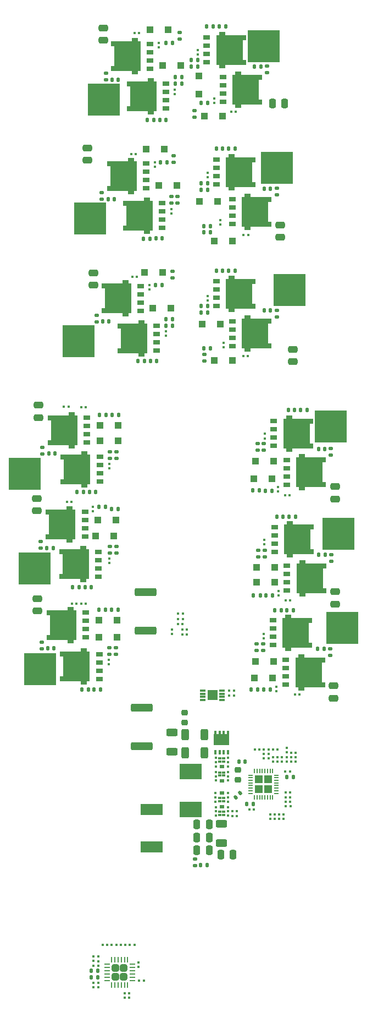
<source format=gtp>
G04 #@! TF.GenerationSoftware,KiCad,Pcbnew,7.0.2-0*
G04 #@! TF.CreationDate,2023-10-14T11:26:59-07:00*
G04 #@! TF.ProjectId,high-power,68696768-2d70-46f7-9765-722e6b696361,rev?*
G04 #@! TF.SameCoordinates,Original*
G04 #@! TF.FileFunction,Paste,Top*
G04 #@! TF.FilePolarity,Positive*
%FSLAX46Y46*%
G04 Gerber Fmt 4.6, Leading zero omitted, Abs format (unit mm)*
G04 Created by KiCad (PCBNEW 7.0.2-0) date 2023-10-14 11:26:59*
%MOMM*%
%LPD*%
G01*
G04 APERTURE LIST*
G04 Aperture macros list*
%AMRoundRect*
0 Rectangle with rounded corners*
0 $1 Rounding radius*
0 $2 $3 $4 $5 $6 $7 $8 $9 X,Y pos of 4 corners*
0 Add a 4 corners polygon primitive as box body*
4,1,4,$2,$3,$4,$5,$6,$7,$8,$9,$2,$3,0*
0 Add four circle primitives for the rounded corners*
1,1,$1+$1,$2,$3*
1,1,$1+$1,$4,$5*
1,1,$1+$1,$6,$7*
1,1,$1+$1,$8,$9*
0 Add four rect primitives between the rounded corners*
20,1,$1+$1,$2,$3,$4,$5,0*
20,1,$1+$1,$4,$5,$6,$7,0*
20,1,$1+$1,$6,$7,$8,$9,0*
20,1,$1+$1,$8,$9,$2,$3,0*%
%AMFreePoly0*
4,1,39,-1.529965,2.502535,-1.529950,2.502500,-1.529950,2.027500,1.529950,2.027500,1.529950,2.502500,1.529965,2.502535,1.530000,2.502550,2.280000,2.502550,2.280035,2.502535,2.280050,2.502500,2.280050,2.027500,2.280035,2.027465,2.280000,2.027450,2.280000,-0.697450,2.775000,-0.697450,2.775035,-0.697465,2.775050,-0.697500,2.775050,-1.602500,2.775035,-1.602535,2.775000,-1.602550,
2.280000,-1.602550,2.280000,-2.027500,-2.280000,-2.027500,-2.280000,-1.602550,-2.775000,-1.602550,-2.775035,-1.602535,-2.775050,-1.602500,-2.775050,-0.697500,-2.775035,-0.697465,-2.775000,-0.697450,-2.280000,-0.697450,-2.280000,2.027450,-2.280035,2.027465,-2.280050,2.027500,-2.280050,2.502500,-2.280035,2.502535,-2.280000,2.502550,-1.530000,2.502550,-1.529965,2.502535,-1.529965,2.502535,
$1*%
G04 Aperture macros list end*
%ADD10R,1.100000X1.100000*%
%ADD11RoundRect,0.079500X0.100500X-0.079500X0.100500X0.079500X-0.100500X0.079500X-0.100500X-0.079500X0*%
%ADD12RoundRect,0.135000X0.185000X-0.135000X0.185000X0.135000X-0.185000X0.135000X-0.185000X-0.135000X0*%
%ADD13RoundRect,0.135000X0.135000X0.185000X-0.135000X0.185000X-0.135000X-0.185000X0.135000X-0.185000X0*%
%ADD14RoundRect,0.135000X-0.135000X-0.185000X0.135000X-0.185000X0.135000X0.185000X-0.135000X0.185000X0*%
%ADD15R,5.000000X5.000000*%
%ADD16RoundRect,0.079500X-0.079500X-0.100500X0.079500X-0.100500X0.079500X0.100500X-0.079500X0.100500X0*%
%ADD17RoundRect,0.250000X-0.625000X0.312500X-0.625000X-0.312500X0.625000X-0.312500X0.625000X0.312500X0*%
%ADD18RoundRect,0.135000X-0.185000X0.135000X-0.185000X-0.135000X0.185000X-0.135000X0.185000X0.135000X0*%
%ADD19RoundRect,0.140000X0.140000X0.170000X-0.140000X0.170000X-0.140000X-0.170000X0.140000X-0.170000X0*%
%ADD20RoundRect,0.250000X1.425000X-0.362500X1.425000X0.362500X-1.425000X0.362500X-1.425000X-0.362500X0*%
%ADD21RoundRect,0.250000X0.475000X-0.250000X0.475000X0.250000X-0.475000X0.250000X-0.475000X-0.250000X0*%
%ADD22R,1.000000X0.750000*%
%ADD23FreePoly0,270.000000*%
%ADD24RoundRect,0.250000X-0.475000X0.250000X-0.475000X-0.250000X0.475000X-0.250000X0.475000X0.250000X0*%
%ADD25RoundRect,0.079500X0.079500X0.100500X-0.079500X0.100500X-0.079500X-0.100500X0.079500X-0.100500X0*%
%ADD26RoundRect,0.079500X-0.100500X0.079500X-0.100500X-0.079500X0.100500X-0.079500X0.100500X0.079500X0*%
%ADD27RoundRect,0.225000X0.250000X-0.225000X0.250000X0.225000X-0.250000X0.225000X-0.250000X-0.225000X0*%
%ADD28FreePoly0,90.000000*%
%ADD29RoundRect,0.250000X-0.250000X-0.475000X0.250000X-0.475000X0.250000X0.475000X-0.250000X0.475000X0*%
%ADD30R,0.420000X0.540000*%
%ADD31R,2.370000X1.710000*%
%ADD32R,0.420000X0.700000*%
%ADD33RoundRect,0.140000X-0.140000X-0.170000X0.140000X-0.170000X0.140000X0.170000X-0.140000X0.170000X0*%
%ADD34RoundRect,0.140000X0.170000X-0.140000X0.170000X0.140000X-0.170000X0.140000X-0.170000X-0.140000X0*%
%ADD35R,0.475000X0.375000*%
%ADD36R,0.425000X0.400000*%
%ADD37R,0.800000X0.480000*%
%ADD38R,0.850000X0.300000*%
%ADD39R,1.600000X1.600000*%
%ADD40RoundRect,0.140000X0.021213X-0.219203X0.219203X-0.021213X-0.021213X0.219203X-0.219203X0.021213X0*%
%ADD41RoundRect,0.250000X0.625000X-0.312500X0.625000X0.312500X-0.625000X0.312500X-0.625000X-0.312500X0*%
%ADD42RoundRect,0.250000X0.312500X0.625000X-0.312500X0.625000X-0.312500X-0.625000X0.312500X-0.625000X0*%
%ADD43R,3.429000X2.413000*%
%ADD44RoundRect,0.250000X0.250000X0.475000X-0.250000X0.475000X-0.250000X-0.475000X0.250000X-0.475000X0*%
%ADD45RoundRect,0.250000X-0.315000X-0.315000X0.315000X-0.315000X0.315000X0.315000X-0.315000X0.315000X0*%
%ADD46RoundRect,0.062500X-0.350000X-0.062500X0.350000X-0.062500X0.350000X0.062500X-0.350000X0.062500X0*%
%ADD47RoundRect,0.062500X-0.062500X-0.350000X0.062500X-0.350000X0.062500X0.350000X-0.062500X0.350000X0*%
%ADD48RoundRect,0.250000X0.380000X-0.380000X0.380000X0.380000X-0.380000X0.380000X-0.380000X-0.380000X0*%
%ADD49RoundRect,0.050000X0.050000X-0.300000X0.050000X0.300000X-0.050000X0.300000X-0.050000X-0.300000X0*%
%ADD50RoundRect,0.050000X0.300000X-0.050000X0.300000X0.050000X-0.300000X0.050000X-0.300000X-0.050000X0*%
%ADD51R,3.400000X1.800000*%
G04 APERTURE END LIST*
D10*
X52660500Y-74275000D03*
X55460500Y-74275000D03*
X45987500Y-66220000D03*
X43187500Y-66220000D03*
X37838000Y-86695000D03*
X35038000Y-86695000D03*
X50778000Y-68695000D03*
X53578000Y-68695000D03*
D11*
X62410000Y-136015000D03*
X62410000Y-135325000D03*
X38840000Y-172325000D03*
X38840000Y-171635000D03*
D12*
X51128000Y-74375000D03*
X51128000Y-73355000D03*
D10*
X51170500Y-36735000D03*
X53970500Y-36735000D03*
D13*
X55898000Y-60465000D03*
X54878000Y-60465000D03*
D14*
X45200000Y-67930000D03*
X46220000Y-67930000D03*
D15*
X71764500Y-100985000D03*
D16*
X63695000Y-140780000D03*
X64385000Y-140780000D03*
D17*
X46180000Y-131535000D03*
X46180000Y-134460000D03*
D18*
X35332000Y-48485000D03*
X35332000Y-49505000D03*
D16*
X41095000Y-169710000D03*
X41785000Y-169710000D03*
D19*
X52478000Y-22935000D03*
X51518000Y-22935000D03*
D18*
X36515000Y-118490000D03*
X36515000Y-119510000D03*
D10*
X58740000Y-92530000D03*
X61540000Y-92530000D03*
X44720000Y-60740000D03*
X41920000Y-60740000D03*
D14*
X63810000Y-138370000D03*
X64830000Y-138370000D03*
D19*
X61328000Y-66595000D03*
X60368000Y-66595000D03*
D15*
X60240000Y-25950000D03*
X72374500Y-115415000D03*
D20*
X41450000Y-133680000D03*
X41450000Y-127755000D03*
D16*
X58915000Y-134110000D03*
X59605000Y-134110000D03*
D21*
X71270000Y-111780000D03*
X71270000Y-109880000D03*
D22*
X55468000Y-68255000D03*
X55468000Y-69525000D03*
X55468000Y-70795000D03*
X55468000Y-72065000D03*
D23*
X58960000Y-70160000D03*
D18*
X47300000Y-23850000D03*
X47300000Y-24870000D03*
D10*
X59157000Y-106135000D03*
X61957000Y-106135000D03*
D11*
X43482000Y-44510000D03*
X43482000Y-43820000D03*
D16*
X39665000Y-164220000D03*
X40355000Y-164220000D03*
D11*
X36405000Y-121045000D03*
X36405000Y-120355000D03*
D13*
X37825000Y-112680000D03*
X36805000Y-112680000D03*
D21*
X71300000Y-95600000D03*
X71300000Y-93700000D03*
D13*
X50100000Y-29080000D03*
X49080000Y-29080000D03*
X51608000Y-66945000D03*
X50588000Y-66945000D03*
X61534500Y-94350000D03*
X60514500Y-94350000D03*
D19*
X65020000Y-81940000D03*
X64060000Y-81940000D03*
D18*
X37570000Y-102880000D03*
X37570000Y-103900000D03*
D11*
X64520000Y-136015000D03*
X64520000Y-135325000D03*
D18*
X35948000Y-30095000D03*
X35948000Y-31115000D03*
D16*
X55435000Y-143610000D03*
X56125000Y-143610000D03*
D24*
X33120000Y-41580000D03*
X33120000Y-43480000D03*
D22*
X51516000Y-24600000D03*
X51516000Y-25870000D03*
X51516000Y-27140000D03*
X51516000Y-28410000D03*
D23*
X55008000Y-26505000D03*
D25*
X40725000Y-61460000D03*
X40035000Y-61460000D03*
D11*
X42670000Y-63365000D03*
X42670000Y-62675000D03*
D26*
X51620000Y-45415000D03*
X51620000Y-46105000D03*
D15*
X24980000Y-106270000D03*
D27*
X56270000Y-138835000D03*
X56270000Y-137285000D03*
D10*
X50270000Y-30500000D03*
X50270000Y-33300000D03*
D14*
X58325500Y-124935000D03*
X59345500Y-124935000D03*
D19*
X53968000Y-60475000D03*
X53008000Y-60475000D03*
D24*
X25350000Y-95510000D03*
X25350000Y-97410000D03*
D15*
X70584500Y-84475000D03*
D25*
X65215000Y-134620000D03*
X64525000Y-134620000D03*
D15*
X62320000Y-44650000D03*
D22*
X52998000Y-43395000D03*
X52998000Y-44665000D03*
X52998000Y-45935000D03*
X52998000Y-47205000D03*
D23*
X56490000Y-45300000D03*
D21*
X71030000Y-126260000D03*
X71030000Y-124360000D03*
D22*
X32872000Y-116890000D03*
X32872000Y-115620000D03*
X32872000Y-114350000D03*
X32872000Y-113080000D03*
D28*
X29380000Y-114985000D03*
D29*
X53650000Y-150320000D03*
X55550000Y-150320000D03*
D30*
X52820000Y-131502500D03*
X53470000Y-131502500D03*
D31*
X53795000Y-132627500D03*
D30*
X54120000Y-131502500D03*
X54770000Y-131502500D03*
D32*
X54770000Y-134582500D03*
X52820000Y-134582500D03*
X53470000Y-134582500D03*
X54120000Y-134582500D03*
D25*
X48415000Y-115670000D03*
X47725000Y-115670000D03*
D22*
X42152000Y-47805000D03*
X42152000Y-46535000D03*
X42152000Y-45265000D03*
X42152000Y-43995000D03*
D28*
X38660000Y-45900000D03*
D13*
X50100000Y-28080000D03*
X49080000Y-28080000D03*
D12*
X46020000Y-50120000D03*
X46020000Y-49100000D03*
D22*
X41340000Y-66660000D03*
X41340000Y-65390000D03*
X41340000Y-64120000D03*
X41340000Y-62850000D03*
D28*
X37848000Y-64755000D03*
D33*
X44260000Y-37270000D03*
X45220000Y-37270000D03*
D16*
X54985000Y-125820000D03*
X55675000Y-125820000D03*
D34*
X49680000Y-152000000D03*
X49680000Y-151040000D03*
D11*
X61960000Y-144840000D03*
X61960000Y-144150000D03*
D15*
X23490000Y-91770000D03*
D13*
X52098000Y-72405000D03*
X51078000Y-72405000D03*
D26*
X54138000Y-71550000D03*
X54138000Y-72240000D03*
D33*
X43662000Y-55535000D03*
X44622000Y-55535000D03*
D16*
X54985000Y-125060000D03*
X55675000Y-125060000D03*
D26*
X34060000Y-166705000D03*
X34060000Y-167395000D03*
D13*
X64877000Y-112745000D03*
X63857000Y-112745000D03*
D16*
X35460000Y-164220000D03*
X36150000Y-164220000D03*
D26*
X50100000Y-26500000D03*
X50100000Y-27190000D03*
D15*
X33540000Y-52480000D03*
D16*
X32165000Y-111680000D03*
X32855000Y-111680000D03*
D14*
X46630000Y-30710000D03*
X47650000Y-30710000D03*
D13*
X61654500Y-110435000D03*
X60634500Y-110435000D03*
D19*
X69562000Y-118680000D03*
X68602000Y-118680000D03*
D13*
X66945000Y-81945000D03*
X65925000Y-81945000D03*
D33*
X27158000Y-88630000D03*
X28118000Y-88630000D03*
D16*
X57185000Y-55010000D03*
X57875000Y-55010000D03*
D10*
X50350000Y-49790000D03*
X53150000Y-49790000D03*
D26*
X60434500Y-85585000D03*
X60434500Y-86275000D03*
D15*
X35640000Y-34140000D03*
D13*
X51620000Y-47020000D03*
X50600000Y-47020000D03*
D26*
X52648000Y-34010000D03*
X52648000Y-34700000D03*
D11*
X63110000Y-136015000D03*
X63110000Y-135325000D03*
D18*
X46370000Y-42820000D03*
X46370000Y-43840000D03*
D33*
X35480000Y-68320000D03*
X36440000Y-68320000D03*
D18*
X34520000Y-67340000D03*
X34520000Y-68360000D03*
D16*
X63589500Y-95035000D03*
X64279500Y-95035000D03*
D18*
X36608000Y-88375000D03*
X36608000Y-89395000D03*
D12*
X59454500Y-104485000D03*
X59454500Y-103465000D03*
D26*
X60380000Y-101915000D03*
X60380000Y-102605000D03*
X63370000Y-144150000D03*
X63370000Y-144840000D03*
D11*
X45200000Y-70515000D03*
X45200000Y-69825000D03*
D14*
X57660000Y-142560000D03*
X58680000Y-142560000D03*
D19*
X61320000Y-47850000D03*
X60360000Y-47850000D03*
D25*
X30193000Y-81395000D03*
X29503000Y-81395000D03*
X47805000Y-113240000D03*
X47115000Y-113240000D03*
D16*
X55425000Y-144360000D03*
X56115000Y-144360000D03*
D14*
X34885000Y-112680000D03*
X35905000Y-112680000D03*
D13*
X65184500Y-98375000D03*
X64164500Y-98375000D03*
D25*
X47805000Y-114050000D03*
X47115000Y-114050000D03*
D13*
X37918000Y-82710000D03*
X36898000Y-82710000D03*
D14*
X46630000Y-31710000D03*
X47650000Y-31710000D03*
D16*
X63695000Y-141480000D03*
X64385000Y-141480000D03*
D24*
X34010000Y-60810000D03*
X34010000Y-62710000D03*
D14*
X34978000Y-82710000D03*
X35998000Y-82710000D03*
D13*
X54408000Y-22925000D03*
X53388000Y-22925000D03*
D14*
X33680000Y-169190000D03*
X34700000Y-169190000D03*
D22*
X33010000Y-86920000D03*
X33010000Y-85650000D03*
X33010000Y-84380000D03*
X33010000Y-83110000D03*
D28*
X29518000Y-85015000D03*
D22*
X61952500Y-99940000D03*
X61952500Y-101210000D03*
X61952500Y-102480000D03*
X61952500Y-103750000D03*
D23*
X65444500Y-101845000D03*
D18*
X37598000Y-88375000D03*
X37598000Y-89395000D03*
D27*
X48090000Y-130015000D03*
X48090000Y-128465000D03*
D10*
X37647500Y-116900000D03*
X34847500Y-116900000D03*
D12*
X49638000Y-36835000D03*
X49638000Y-35815000D03*
D18*
X26198000Y-87650000D03*
X26198000Y-88670000D03*
D12*
X59314500Y-88135000D03*
X59314500Y-87115000D03*
D22*
X42768000Y-29415000D03*
X42768000Y-28145000D03*
X42768000Y-26875000D03*
X42768000Y-25605000D03*
D28*
X39276000Y-27510000D03*
D10*
X37150000Y-101310000D03*
X34350000Y-101310000D03*
D15*
X31770000Y-71350000D03*
D12*
X60454500Y-104485000D03*
X60454500Y-103465000D03*
D24*
X25568000Y-81175000D03*
X25568000Y-83075000D03*
D35*
X53522500Y-142070000D03*
X54097500Y-142070000D03*
X53522500Y-141595000D03*
X54097500Y-141595000D03*
D36*
X52872500Y-142157500D03*
X54747500Y-142157500D03*
X52872500Y-141507500D03*
X54747500Y-141507500D03*
X54747500Y-140857500D03*
X52872500Y-140857500D03*
D37*
X53810000Y-140807500D03*
D10*
X59154500Y-108405000D03*
X61954500Y-108405000D03*
D38*
X50920000Y-125060000D03*
X50920000Y-125560000D03*
X50920000Y-126060000D03*
X50920000Y-126560000D03*
X53820000Y-126560000D03*
X53820000Y-126060000D03*
X53820000Y-125560000D03*
X53820000Y-125060000D03*
D39*
X52370000Y-125810000D03*
D15*
X25802000Y-121790000D03*
X64280000Y-63450000D03*
D12*
X70522000Y-119660000D03*
X70522000Y-118640000D03*
D14*
X43600000Y-62700000D03*
X44620000Y-62700000D03*
D33*
X27020000Y-118600000D03*
X27980000Y-118600000D03*
D19*
X62954500Y-112745000D03*
X61994500Y-112745000D03*
D20*
X42110000Y-115902500D03*
X42110000Y-109977500D03*
D14*
X45200000Y-68930000D03*
X46220000Y-68930000D03*
D13*
X51580000Y-151960000D03*
X50560000Y-151960000D03*
X51630000Y-34690000D03*
X50610000Y-34690000D03*
D10*
X46890000Y-47340000D03*
X44090000Y-47340000D03*
D11*
X33950000Y-97495000D03*
X33950000Y-96805000D03*
D14*
X45210000Y-25460000D03*
X46230000Y-25460000D03*
D22*
X63710000Y-120390000D03*
X63710000Y-121660000D03*
X63710000Y-122930000D03*
X63710000Y-124200000D03*
D23*
X67202000Y-122295000D03*
D11*
X44098000Y-26120000D03*
X44098000Y-25430000D03*
D33*
X56440000Y-136040000D03*
X57400000Y-136040000D03*
D13*
X37860000Y-97190000D03*
X36840000Y-97190000D03*
D10*
X44959500Y-41785000D03*
X42159500Y-41785000D03*
D26*
X61710000Y-135325000D03*
X61710000Y-136015000D03*
D40*
X55940589Y-141559411D03*
X56619411Y-140880589D03*
D12*
X70692000Y-105180000D03*
X70692000Y-104160000D03*
D11*
X60310000Y-135510000D03*
X60310000Y-134820000D03*
D14*
X40920000Y-74400000D03*
X41940000Y-74400000D03*
X32220000Y-124905000D03*
X33240000Y-124905000D03*
D18*
X25920000Y-102155000D03*
X25920000Y-103175000D03*
D16*
X34075000Y-170720000D03*
X34765000Y-170720000D03*
D10*
X37500000Y-98815000D03*
X34700000Y-98815000D03*
D13*
X51620000Y-48020000D03*
X50600000Y-48020000D03*
D11*
X46020000Y-51665000D03*
X46020000Y-50975000D03*
D10*
X37640000Y-114280000D03*
X34840000Y-114280000D03*
D33*
X42850000Y-74390000D03*
X43810000Y-74390000D03*
D25*
X41043000Y-23915000D03*
X40353000Y-23915000D03*
D26*
X46180000Y-115705000D03*
X46180000Y-116395000D03*
D12*
X59174500Y-118885000D03*
X59174500Y-117865000D03*
D22*
X55460000Y-49510000D03*
X55460000Y-50780000D03*
X55460000Y-52050000D03*
X55460000Y-53320000D03*
D23*
X58952000Y-51415000D03*
D14*
X44380000Y-43840000D03*
X45400000Y-43840000D03*
D22*
X53978000Y-30715000D03*
X53978000Y-31985000D03*
X53978000Y-33255000D03*
X53978000Y-34525000D03*
D23*
X57470000Y-32620000D03*
D41*
X53750000Y-148522500D03*
X53750000Y-145597500D03*
D12*
X60174500Y-118885000D03*
X60174500Y-117865000D03*
D26*
X60294500Y-116350000D03*
X60294500Y-117040000D03*
D24*
X35600000Y-23150000D03*
X35600000Y-25050000D03*
D10*
X45575500Y-23395000D03*
X42775500Y-23395000D03*
D26*
X62237000Y-124485000D03*
X62237000Y-125175000D03*
D42*
X51122500Y-131850000D03*
X48197500Y-131850000D03*
D19*
X53960000Y-41730000D03*
X53000000Y-41730000D03*
D16*
X38265000Y-164220000D03*
X38955000Y-164220000D03*
D10*
X47497500Y-28940000D03*
X44697500Y-28940000D03*
D16*
X63695000Y-142180000D03*
X64385000Y-142180000D03*
D33*
X34145000Y-124910000D03*
X35105000Y-124910000D03*
D10*
X58864500Y-123145000D03*
X61664500Y-123145000D03*
D22*
X35020000Y-92930000D03*
X35020000Y-91660000D03*
X35020000Y-90390000D03*
X35020000Y-89120000D03*
D28*
X31528000Y-91025000D03*
D43*
X49060000Y-143371000D03*
X49060000Y-137529000D03*
D12*
X47010000Y-50120000D03*
X47010000Y-49100000D03*
D11*
X34770000Y-167405000D03*
X34770000Y-166715000D03*
D21*
X62790000Y-55360000D03*
X62790000Y-53460000D03*
D14*
X42330000Y-37280000D03*
X43350000Y-37280000D03*
D44*
X51870000Y-149630000D03*
X49970000Y-149630000D03*
D25*
X34765000Y-170020000D03*
X34075000Y-170020000D03*
D22*
X61734500Y-114295000D03*
X61734500Y-115565000D03*
X61734500Y-116835000D03*
X61734500Y-118105000D03*
D23*
X65226500Y-116200000D03*
D19*
X69732000Y-104200000D03*
X68772000Y-104200000D03*
D45*
X37420000Y-167800000D03*
X37420000Y-169100000D03*
X38720000Y-167800000D03*
X38720000Y-169100000D03*
D46*
X36132500Y-167200000D03*
X36132500Y-167700000D03*
X36132500Y-168200000D03*
X36132500Y-168700000D03*
X36132500Y-169200000D03*
X36132500Y-169700000D03*
D47*
X36820000Y-170387500D03*
X37320000Y-170387500D03*
X37820000Y-170387500D03*
X38320000Y-170387500D03*
X38820000Y-170387500D03*
X39320000Y-170387500D03*
D46*
X40007500Y-169700000D03*
X40007500Y-169200000D03*
X40007500Y-168700000D03*
X40007500Y-168200000D03*
X40007500Y-167700000D03*
X40007500Y-167200000D03*
D47*
X39320000Y-166512500D03*
X38820000Y-166512500D03*
X38320000Y-166512500D03*
X37820000Y-166512500D03*
X37320000Y-166512500D03*
X36820000Y-166512500D03*
D16*
X32183000Y-81450000D03*
X32873000Y-81450000D03*
D11*
X63820000Y-134605000D03*
X63820000Y-133915000D03*
D24*
X25430000Y-110920000D03*
X25430000Y-112820000D03*
D10*
X59032500Y-89800000D03*
X61832500Y-89800000D03*
D48*
X59535000Y-140215000D03*
X60985000Y-140215000D03*
X59535000Y-138765000D03*
X60985000Y-138765000D03*
D49*
X58860000Y-141490000D03*
X59260000Y-141490000D03*
X59660000Y-141490000D03*
X60060000Y-141490000D03*
X60460000Y-141490000D03*
X60860000Y-141490000D03*
X61260000Y-141490000D03*
X61660000Y-141490000D03*
D50*
X62260000Y-140890000D03*
X62260000Y-140490000D03*
X62260000Y-140090000D03*
X62260000Y-139690000D03*
X62260000Y-139290000D03*
X62260000Y-138890000D03*
X62260000Y-138490000D03*
X62260000Y-138090000D03*
D49*
X61660000Y-137490000D03*
X61260000Y-137490000D03*
X60860000Y-137490000D03*
X60460000Y-137490000D03*
X60060000Y-137490000D03*
X59660000Y-137490000D03*
X59260000Y-137490000D03*
X58860000Y-137490000D03*
D50*
X58260000Y-138090000D03*
X58260000Y-138490000D03*
X58260000Y-138890000D03*
X58260000Y-139290000D03*
X58260000Y-139690000D03*
X58260000Y-140090000D03*
X58260000Y-140490000D03*
X58260000Y-140890000D03*
D14*
X31483000Y-94550000D03*
X32503000Y-94550000D03*
D10*
X37840500Y-84310000D03*
X35040500Y-84310000D03*
D33*
X36292000Y-49465000D03*
X37252000Y-49465000D03*
D22*
X63880000Y-105910000D03*
X63880000Y-107180000D03*
X63880000Y-108450000D03*
X63880000Y-109720000D03*
D23*
X67372000Y-107815000D03*
D26*
X62480000Y-93745000D03*
X62480000Y-94435000D03*
D14*
X41732000Y-55545000D03*
X42752000Y-55545000D03*
X33680000Y-168230000D03*
X34700000Y-168230000D03*
D12*
X60314500Y-88135000D03*
X60314500Y-87115000D03*
D11*
X61010000Y-135510000D03*
X61010000Y-134820000D03*
D22*
X45230000Y-35530000D03*
X45230000Y-34260000D03*
X45230000Y-32990000D03*
X45230000Y-31720000D03*
D28*
X41738000Y-33625000D03*
D44*
X51870000Y-145700000D03*
X49970000Y-145700000D03*
D16*
X55295000Y-36050000D03*
X55985000Y-36050000D03*
D22*
X61832500Y-83620000D03*
X61832500Y-84890000D03*
X61832500Y-86160000D03*
X61832500Y-87430000D03*
D23*
X65324500Y-85525000D03*
D16*
X65085000Y-125720000D03*
X65775000Y-125720000D03*
D22*
X43802000Y-72775000D03*
X43802000Y-71505000D03*
X43802000Y-70235000D03*
X43802000Y-68965000D03*
D28*
X40310000Y-70870000D03*
D16*
X57165000Y-73590000D03*
X57855000Y-73590000D03*
D13*
X55890000Y-41720000D03*
X54870000Y-41720000D03*
D18*
X36580000Y-102880000D03*
X36580000Y-103900000D03*
X37515000Y-118490000D03*
X37515000Y-119510000D03*
D10*
X52650000Y-55940000D03*
X55450000Y-55940000D03*
D42*
X51112500Y-134620000D03*
X48187500Y-134620000D03*
D16*
X34075000Y-166000000D03*
X34765000Y-166000000D03*
D25*
X30635000Y-96050000D03*
X29945000Y-96050000D03*
D11*
X36488000Y-90910000D03*
X36488000Y-90220000D03*
D16*
X63700000Y-142880000D03*
X64390000Y-142880000D03*
D11*
X63810000Y-136015000D03*
X63810000Y-135325000D03*
D16*
X63679500Y-111245000D03*
X64369500Y-111245000D03*
D25*
X62405000Y-134110000D03*
X61715000Y-134110000D03*
D13*
X52090000Y-53600000D03*
X51070000Y-53600000D03*
D26*
X53580000Y-52715000D03*
X53580000Y-53405000D03*
D19*
X69682000Y-87900000D03*
X68722000Y-87900000D03*
D16*
X60315000Y-134115000D03*
X61005000Y-134115000D03*
D19*
X59838000Y-29055000D03*
X58878000Y-29055000D03*
D51*
X43020000Y-149100000D03*
X43020000Y-143400000D03*
D13*
X51608000Y-65945000D03*
X50588000Y-65945000D03*
D35*
X54107500Y-137697500D03*
X53532500Y-137697500D03*
X54107500Y-138172500D03*
X53532500Y-138172500D03*
D36*
X54757500Y-137610000D03*
X52882500Y-137610000D03*
X54757500Y-138260000D03*
X52882500Y-138260000D03*
X52882500Y-138910000D03*
X54757500Y-138910000D03*
D37*
X53820000Y-138960000D03*
D12*
X70642000Y-88880000D03*
X70642000Y-87860000D03*
D18*
X46240000Y-60570000D03*
X46240000Y-61590000D03*
D26*
X61260000Y-144150000D03*
X61260000Y-144840000D03*
D33*
X33408000Y-94555000D03*
X34368000Y-94555000D03*
D11*
X41020000Y-167595000D03*
X41020000Y-166905000D03*
D44*
X63530000Y-34770000D03*
X61630000Y-34770000D03*
D16*
X63625000Y-137550000D03*
X64315000Y-137550000D03*
D44*
X51870000Y-147670000D03*
X49970000Y-147670000D03*
D25*
X58745000Y-143380000D03*
X58055000Y-143380000D03*
D12*
X60798000Y-30035000D03*
X60798000Y-29015000D03*
D13*
X61270000Y-124930000D03*
X60250000Y-124930000D03*
D25*
X47775000Y-114860000D03*
X47085000Y-114860000D03*
D11*
X46560000Y-33285000D03*
X46560000Y-32595000D03*
D14*
X34900000Y-96810000D03*
X35920000Y-96810000D03*
D10*
X58974500Y-120595000D03*
X61774500Y-120595000D03*
D11*
X36460000Y-105425000D03*
X36460000Y-104735000D03*
X65220000Y-136015000D03*
X65220000Y-135325000D03*
D33*
X32775000Y-109165000D03*
X33735000Y-109165000D03*
D12*
X62280000Y-48830000D03*
X62280000Y-47810000D03*
D11*
X39540000Y-172325000D03*
X39540000Y-171635000D03*
D25*
X31395000Y-111680000D03*
X30705000Y-111680000D03*
D14*
X30850000Y-109160000D03*
X31870000Y-109160000D03*
D22*
X63830000Y-89610000D03*
X63830000Y-90880000D03*
X63830000Y-92150000D03*
X63830000Y-93420000D03*
D23*
X67322000Y-91515000D03*
D35*
X53525000Y-144230001D03*
X54100000Y-144230001D03*
X53525000Y-143755001D03*
X54100000Y-143755001D03*
D36*
X52875000Y-144317501D03*
X54750000Y-144317501D03*
X52875000Y-143667501D03*
X54750000Y-143667501D03*
X54750000Y-143017501D03*
X52875000Y-143017501D03*
D37*
X53812500Y-142967501D03*
D22*
X34802000Y-107545000D03*
X34802000Y-106275000D03*
X34802000Y-105005000D03*
X34802000Y-103735000D03*
D28*
X31310000Y-105640000D03*
D18*
X26060000Y-117620000D03*
X26060000Y-118640000D03*
D21*
X64740000Y-74470000D03*
X64740000Y-72570000D03*
D33*
X36908000Y-31075000D03*
X37868000Y-31075000D03*
D11*
X62660000Y-144840000D03*
X62660000Y-144150000D03*
D13*
X52090000Y-54600000D03*
X51070000Y-54600000D03*
D35*
X54102500Y-135525000D03*
X53527500Y-135525000D03*
X54102500Y-136000000D03*
X53527500Y-136000000D03*
D36*
X54752500Y-135437500D03*
X52877500Y-135437500D03*
X54752500Y-136087500D03*
X52877500Y-136087500D03*
X52877500Y-136737500D03*
X54752500Y-136737500D03*
D37*
X53815000Y-136787500D03*
D12*
X62288000Y-67575000D03*
X62288000Y-66555000D03*
D25*
X40575000Y-42540000D03*
X39885000Y-42540000D03*
D19*
X63252000Y-98375000D03*
X62292000Y-98375000D03*
D22*
X34927000Y-123275000D03*
X34927000Y-122005000D03*
X34927000Y-120735000D03*
X34927000Y-119465000D03*
D28*
X31435000Y-121370000D03*
D33*
X26880000Y-103135000D03*
X27840000Y-103135000D03*
D22*
X32732000Y-101425000D03*
X32732000Y-100155000D03*
X32732000Y-98885000D03*
X32732000Y-97615000D03*
D28*
X29240000Y-99520000D03*
D16*
X47725000Y-116480000D03*
X48415000Y-116480000D03*
D14*
X58714500Y-110435000D03*
X59734500Y-110435000D03*
D26*
X62574500Y-109770000D03*
X62574500Y-110460000D03*
D22*
X44614000Y-53920000D03*
X44614000Y-52650000D03*
X44614000Y-51380000D03*
X44614000Y-50110000D03*
D28*
X41122000Y-52015000D03*
D16*
X36860000Y-164220000D03*
X37550000Y-164220000D03*
D22*
X53006000Y-62140000D03*
X53006000Y-63410000D03*
X53006000Y-64680000D03*
X53006000Y-65950000D03*
D23*
X56498000Y-64045000D03*
D14*
X58594500Y-94245000D03*
X59614500Y-94245000D03*
D26*
X51608000Y-64350000D03*
X51608000Y-65040000D03*
M02*

</source>
